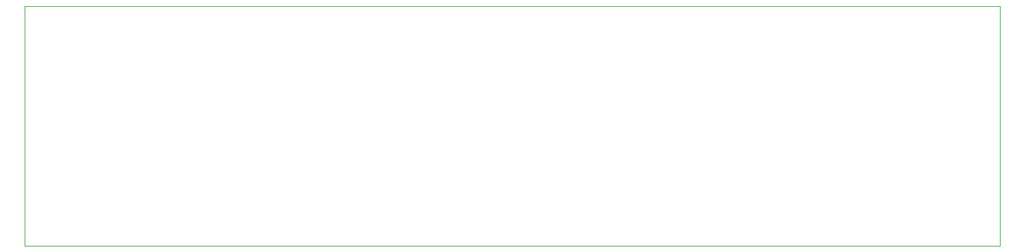
<source format=gbr>
%TF.GenerationSoftware,KiCad,Pcbnew,8.0.4+dfsg-1*%
%TF.CreationDate,2025-02-17T18:06:49+01:00*%
%TF.ProjectId,nixie-clock-tubes,6e697869-652d-4636-9c6f-636b2d747562,rev?*%
%TF.SameCoordinates,Original*%
%TF.FileFunction,Profile,NP*%
%FSLAX46Y46*%
G04 Gerber Fmt 4.6, Leading zero omitted, Abs format (unit mm)*
G04 Created by KiCad (PCBNEW 8.0.4+dfsg-1) date 2025-02-17 18:06:49*
%MOMM*%
%LPD*%
G01*
G04 APERTURE LIST*
%TA.AperFunction,Profile*%
%ADD10C,0.050000*%
%TD*%
G04 APERTURE END LIST*
D10*
X77000000Y-87000000D02*
X77000000Y-120000000D01*
X77000000Y-120000000D02*
X211000000Y-120000000D01*
X211000000Y-120000000D02*
X211000000Y-87000000D01*
X211000000Y-87000000D02*
X77000000Y-87000000D01*
M02*

</source>
